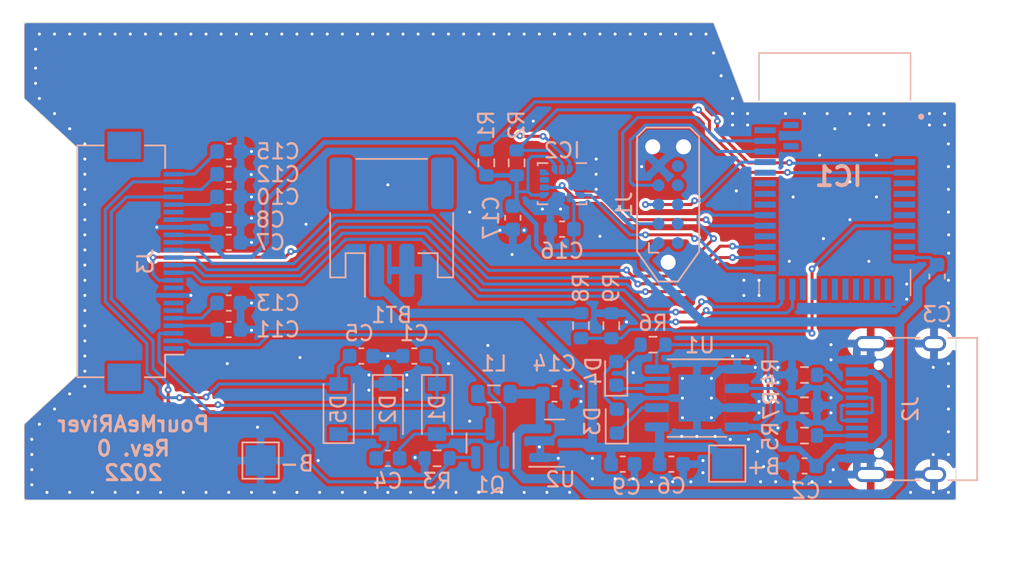
<source format=kicad_pcb>
(kicad_pcb (version 20220427) (generator pcbnew)
  (layers (0 "F.Cu" signal) (31 "B.Cu" signal) (34 "B.Paste" user) (35 "F.Paste" user) (36 "B.SilkS" user "B.Silkscreen") (37 "F.SilkS" user "F.Silkscreen") (38 "B.Mask" user) (39 "F.Mask" user) (44 "Edge.Cuts" user))
  (net 0 "")
  (net 1 "GND")
  (net 2 "SWDIO")
  (net 3 "SWCLK")
  (net 4 "SDA")
  (net 5 "SCL")
  (net 6 "INT1")
  (net 7 "INT2")
  (net 8 "BATV")
  (net 9 "Net-(BT1-+)")
  (net 10 "Net-(U1-PROG)")
  (net 11 "~{Reset}")
  (net 12 "Net-(J2-VBUS)")
  (net 13 "Net-(D3-A)")
  (net 14 "Net-(J2-CC2)")
  (net 15 "Net-(J2-CC1)")
  (net 16 "RESE")
  (net 17 "+3V3")
  (net 18 "GDR")
  (net 19 "Net-(D1-A)")
  (net 20 "Net-(D3-K)")
  (net 21 "Net-(D4-K)")
  (net 24 "VGH")
  (net 25 "Net-(D2-A)")
  (net 26 "VGL")
  (net 27 "D+")
  (net 28 "D-")
  (net 32 "Net-(J3-Pin_4)")
  (net 33 "Net-(J3-Pin_5)")
  (net 37 "eRESET")
  (net 38 "DC")
  (net 39 "CS")
  (net 40 "SCK")
  (net 41 "MOSI")
  (net 42 "Net-(J3-Pin_18)")
  (net 44 "Net-(J3-Pin_20)")
  (net 45 "Net-(J3-Pin_22)")
  (net 46 "Net-(J3-Pin_24)")
  (net 63 "MISO")
  (footprint "Resistor_SMD:R_0603_1608Metric" (layer "B.Cu") (at 190.5 104.75)
    (fp_text reference "R7")
    (fp_text value "2k")
  )
  (footprint "Connector_FFC-FPC:Hirose_FH12-24S-0.5SH_1x24-1MP_P0.50mm_Horizontal" (layer "B.Cu") (at 147 95.25 90)
    (fp_text reference "J3")
    (fp_text value "Conn_01x24")
  )
  (footprint "Package_TO_SOT_SMD:SOT-23" (layer "B.Cu") (at 174 107.25)
    (fp_text reference "U2")
    (fp_text value "XC6206PxxxMR" hide)
  )
  (footprint "Capacitor_SMD:C_0603_1608Metric" (layer "B.Cu") (at 152.5 91)
    (fp_text reference "C10")
    (fp_text value "1uF")
  )
  (footprint "Connector_USB:USB_C_Receptacle_HRO_TYPE-C-31-M-12" (layer "B.Cu") (at 198 105 -90)
    (fp_text reference "J2")
    (fp_text value "USB_C_Receptacle_USB2.0")
  )
  (footprint "Connector_JST:JST_PH_S2B-PH-SM4-TB_1x02-1MP_P2.00mm_Horizontal" (layer "B.Cu") (at 163.25 93)
    (fp_text reference "BT1")
    (fp_text value "4.2V")
  )
  (footprint "Resistor_SMD:R_0603_1608Metric" (layer "B.Cu") (at 166.25 108.25 180)
    (fp_text reference "R3")
    (fp_text value "0.47R")
  )
  (footprint "Connector:Tag-Connect_TC2050-IDC-NL_2x05_P1.27mm_Vertical" (layer "B.Cu") (at 181.5 91.5 90)
    (fp_text reference "J1")
    (fp_text value "JTAG_SWD_6")
  )
  (footprint "Capacitor_SMD:C_0603_1608Metric" (layer "B.Cu") (at 152.5 89.5)
    (fp_text reference "C12")
    (fp_text value "1uF")
  )
  (footprint "Capacitor_SMD:C_0603_1608Metric" (layer "B.Cu") (at 171.25 92.375 -90)
    (fp_text reference "C17")
    (fp_text value "10uF")
  )
  (footprint "Capacitor_SMD:C_0603_1608Metric" (layer "B.Cu") (at 163 108.25 180)
    (fp_text reference "C4")
    (fp_text value "4.7uF")
  )
  (footprint "Diode_SMD:D_SOD-123" (layer "B.Cu") (at 159.75 105 90)
    (fp_text reference "D5")
    (fp_text value "MBR0530")
  )
  (footprint "Diode_SMD:D_SOD-123" (layer "B.Cu") (at 166.25 105 -90)
    (fp_text reference "D1")
    (fp_text value "MBR0530")
  )
  (footprint "LED_SMD:LED_0603_1608Metric" (layer "B.Cu") (at 178.074508 102.639525 90)
    (fp_text reference "D4")
    (fp_text value "RLED")
  )
  (footprint "Package_LGA:LGA-14_3x2.5mm_P0.5mm_LayoutBorder3x4y" (layer "B.Cu") (at 174.5 90.125 180)
    (fp_text reference "IC2")
    (fp_text value "LSM6DSLTR")
  )
  (footprint "Resistor_SMD:R_0603_1608Metric" (layer "B.Cu") (at 180.5 100.75 180)
    (fp_text reference "R6")
    (fp_text value "2k")
  )
  (footprint "TestPoint:TestPoint_Pad_2.0x2.0mm" (layer "B.Cu") (at 154.6 108.4 180)
    (fp_text reference "TP2" hide)
    (fp_text value "B-")
  )
  (footprint "Inductor_SMD:L_0805_2012Metric" (layer "B.Cu") (at 170 104)
    (fp_text reference "L1")
    (fp_text value "10uH")
  )
  (footprint "Resistor_SMD:R_0603_1608Metric" (layer "B.Cu") (at 190.5 106.75)
    (fp_text reference "R5")
    (fp_text value "5.1k")
  )
  (footprint "Capacitor_SMD:C_0603_1608Metric" (layer "B.Cu") (at 174 104)
    (fp_text reference "C14")
    (fp_text value "1uF")
  )
  (footprint "LED_SMD:LED_0603_1608Metric" (layer "B.Cu") (at 178.115245 105.796603 90)
    (fp_text reference "D3")
    (fp_text value "GLED")
  )
  (footprint "Resistor_SMD:R_0603_1608Metric" (layer "B.Cu") (at 177.75 99.5 90)
    (fp_text reference "R9")
    (fp_text value "2M")
  )
  (footprint "Capacitor_SMD:C_0603_1608Metric" (layer "B.Cu") (at 178.506077 108.637259)
    (fp_text reference "C9")
    (fp_text value "1uF")
  )
  (footprint "Capacitor_SMD:C_0603_1608Metric" (layer "B.Cu") (at 199.25 96.25 -90)
    (fp_text reference "C3")
    (fp_text value "10uF")
  )
  (footprint "Capacitor_SMD:C_0603_1608Metric" (layer "B.Cu") (at 152.5 92.5)
    (fp_text reference "C8")
    (fp_text value "1uF")
  )
  (footprint "Resistor_SMD:R_0603_1608Metric" (layer "B.Cu") (at 169.5 88.75 90)
    (fp_text reference "R1")
    (fp_text value "3k")
  )
  (footprint "TestPoint:TestPoint_Pad_2.0x2.0mm" (layer "B.Cu") (at 185.4 108.6 180)
    (fp_text reference "TP1" hide)
    (fp_text value "B+")
  )
  (footprint "Capacitor_SMD:C_0603_1608Metric" (layer "B.Cu") (at 181.714797 108.637259)
    (fp_text reference "C6")
    (fp_text value "1uF")
  )
  (footprint "Package_TO_SOT_SMD:SOT-23" (layer "B.Cu") (at 169.75 107.25 90)
    (fp_text reference "Q1")
    (fp_text value "2N7002E")
  )
  (footprint "Diode_SMD:D_SOD-123" (layer "B.Cu") (at 163 105 -90)
    (fp_text reference "D2")
    (fp_text value "MBR0530")
  )
  (footprint "Resistor_SMD:R_0603_1608Metric" (layer "B.Cu") (at 190.5 102.75)
    (fp_text reference "R4")
    (fp_text value "5.1k")
  )
  (footprint "Acea:MDBT42Q512KV2" (layer "B.Cu") (at 192.5 89.5 180)
    (fp_text reference "IC1")
    (fp_text value "MDBT42Q-512KV2" hide)
  )
  (footprint "Package_SO:HSOP-8-1EP_3.9x4.9mm_P1.27mm_EP2.41x3.1mm_ThermalVias" (layer "B.Cu") (at 183.4 104.275 180)
    (fp_text reference "U1")
    (fp_text value "TP4056")
  )
  (footprint "Capacitor_SMD:C_0603_1608Metric" (layer "B.Cu") (at 152.5 99.75)
    (fp_text reference "C11")
    (fp_text value "1uF")
  )
  (footprint "Capacitor_SMD:C_0603_1608Metric" (layer "B.Cu") (at 152.5 94)
    (fp_text reference "C7")
    (fp_text value "10uF")
  )
  (footprint "Capacitor_SMD:C_0603_1608Metric" (layer "B.Cu") (at 152.5 88)
    (fp_text reference "C15")
    (fp_text value "1uF")
  )
  (footprint "Capacitor_SMD:C_0603_1608Metric" (layer "B.Cu") (at 164.75 101.5 180)
    (fp_text reference "C1")
    (fp_text value "1uF")
  )
  (footprint "Capacitor_SMD:C_0603_1608Metric" (layer "B.Cu") (at 152.5 98)
    (fp_text reference "C13")
    (fp_text value "1uF")
  )
  (footprint "Capacitor_SMD:C_0603_1608Metric" (layer "B.Cu") (at 190.5 108.75 180)
    (fp_text reference "C2")
    (fp_text value "10uF")
  )
  (footprint "Capacitor_SMD:C_0603_1608Metric" (layer "B.Cu") (at 161.25 101.5)
    (fp_text reference "C5")
    (fp_text value "1uF")
  )
  (footprint "Resistor_SMD:R_0603_1608Metric" (layer "B.Cu") (at 175.75 99.5 -90)
    (fp_text reference "R8")
    (fp_text value "806k")
  )
  (footprint "Capacitor_SMD:C_0603_1608Metric" (layer "B.Cu") (at 174.5 93.125)
    (fp_text reference "C16")
    (fp_text value "100nf")
  )
  (footprint "Resistor_SMD:R_0603_1608Metric" (layer "B.Cu") (at 171.5 88.75 90)
    (fp_text reference "R2")
    (fp_text value "3k")
  )
  (gr_line (start 184.5 79.5) (end 139 79.5) (stroke (width 0.05)) (layer "Edge.Cuts"))
  (gr_line (start 142.5 87.75) (end 142.5 102.75) (stroke (width 0.05)) (layer "Edge.Cuts"))
  (gr_line (start 184.5 79.5) (end 186.5 84.75) (stroke (width 0.05)) (layer "Edge.Cuts"))
  (gr_line (start 139 79.5) (end 139 84.5) (stroke (width 0.05)) (layer "Edge.Cuts"))
  (gr_line (start 200.5 111) (end 200.5 84.75) (stroke (width 0.05)) (layer "Edge.Cuts"))
  (gr_line (start 142.5 102.75) (end 139 106) (stroke (width 0.05)) (layer "Edge.Cuts"))
  (gr_line (start 139 106) (end 139 111) (stroke (width 0.05)) (layer "Edge.Cuts"))
  (gr_line (start 139 84.5) (end 142.5 87.75) (stroke (width 0.05)) (layer "Edge.Cuts"))
  (gr_line (start 186.5 84.75) (end 200.5 84.75) (stroke (width 0.05)) (layer "Edge.Cuts"))
  (gr_line (start 139 111) (end 200.5 111) (stroke (width 0.05)) (layer "Edge.Cuts"))
  (gr_text "PourMeARiver\nRev. 0\n2022" (at 146.2 107.6) (layer "B.SilkS") (effects (font (size 1 1) (thickness 0.2) bold) (justify mirror)))
  (gr_text "B-" (at 157 108.6) (layer "B.SilkS") (effects (font (size 1 1)) (justify mirror)))
  (gr_text "B+" (at 187.8 108.8) (layer "B.SilkS") (effects (font (size 1 1)) (justify mirror)))
  (via (at 158 80.25) (size 0.45) (drill 0.2) (layers "F.Cu" "B.Cu") (net 1))
  (via (at 141 80.25) (size 0.45) (drill 0.2) (layers "F.Cu" "B.Cu") (net 1))
  (via (at 195.25 88.25) (size 0.45) (drill 0.2) (layers "F.Cu" "B.Cu") (net 1))
  (via (at 157 110.5) (size 0.45) (drill 0.2) (layers "F.Cu" "B.Cu") (net 1))
  (via (at 166 80.25) (size 0.45) (drill 0.2) (layers "F.Cu" "B.Cu") (net 1))
  (via (at 164.8 108.2) (size 0.45) (drill 0.2) (layers "F.Cu" "B.Cu") (net 1))
  (via (at 172 110.5) (size 0.45) (drill 0.2) (layers "F.Cu" "B.Cu") (net 1))
  (via (at 143.5 110.5) (size 0.45) (drill 0.2) (layers "F.Cu" "B.Cu") (net 1))
  (via (at 143 80.25) (size 0.45) (drill 0.2) (layers "F.Cu" "B.Cu") (net 1))
  (via (at 168.4 105.8) (size 0.45) (drill 0.2) (layers "F.Cu" "B.Cu") (net 1))
  (via (at 192.4 109) (size 0.45) (drill 0.2) (layers "F.Cu" "B.Cu") (net 1))
  (via (at 200 90.5) (size 0.45) (drill 0.2) (layers "F.Cu" "B.Cu") (net 1))
  (via (at 143 88.5) (size 0.45) (drill 0.2) (layers "F.Cu" "B.Cu") (net 1))
  (via (at 168.4 92) (size 0.45) (drill 0.2) (layers "F.Cu" "B.Cu") (net 1))
  (via (at 163 90.2) (size 0.45) (drill 0.2) (layers "F.Cu" "B.Cu") (net 1))
  (via (at 142 80.25) (size 0.45) (drill 0.2) (layers "F.Cu" "B.Cu") (net 1))
  (via (at 175.75 104.5) (size 0.45) (drill 0.2) (layers "F.Cu" "B.Cu") (net 1))
  (via (at 192.5 86.5) (size 0.45) (drill 0.2) (layers "F.Cu" "B.Cu") (net 1))
  (via (at 200 108) (size 0.45) (drill 0.2) (layers "F.Cu" "B.Cu") (net 1))
  (via (at 189.75 91) (size 0.45) (drill 0.2) (layers "F.Cu" "B.Cu") (net 1))
  (via (at 140.5 110.5) (size 0.45) (drill 0.2) (layers "F.Cu" "B.Cu") (net 1))
  (via (at 189.5 95.25) (size 0.45) (drill 0.2) (layers "F.Cu" "B.Cu") (net 1))
  (via (at 200 105) (size 0.45) (drill 0.2) (layers "F.Cu" "B.Cu") (net 1))
  (via (at 141 105) (size 0.45) (drill 0.2) (layers "F.Cu" "B.Cu") (net 1))
  (via (at 200 110.5) (size 0.45) (drill 0.2) (layers "F.Cu" "B.Cu") (net 1))
  (via (at 200 99.5) (size 0.45) (drill 0.2) (layers "F.Cu" "B.Cu") (net 1))
  (via (at 187.5 105.25) (size 0.45) (drill 0.2) (layers "F.Cu" "B.Cu") (net 1))
  (via (at 147.75 93) (size 0.45) (drill 0.2) (layers "F.Cu" "B.Cu") (net 1))
  (via (at 186.75 101.5) (size 0.45) (drill 0.2) (layers "F.Cu" "B.Cu") (net 1))
  (via (at 178 109.6) (size 0.45) (drill 0.2) (layers "F.Cu" "B.Cu") (net 1))
  (via (at 187.5 96.5) (size 0.45) (drill 0.2) (layers "F.Cu" "B.Cu") (net 1))
  (via (at 167 80.25) (size 0.45) (drill 0.2) (layers "F.Cu" "B.Cu") (net 1))
  (via (at 139.5 107) (size 0.45) (drill 0.2) (layers "F.Cu" "B.Cu") (net 1))
  (via (at 185.75 86.25) (size 0.45) (drill 0.2) (layers "F.Cu" "B.Cu") (net 1))
  (via (at 173 107.5) (size 0.45) (drill 0.2) (layers "F.Cu" "B.Cu") (net 1))
  (via (at 184.5 81.5) (size 0.45) (drill 0.2) (layers "F.Cu" "B.Cu") (net 1))
  (via (at 183.4 106.8) (size 0.45) (drill 0.2) (layers "F.Cu" "B.Cu") (net 1))
  (via (at 200 103.5) (size 0.45) (drill 0.2) (layers "F.Cu" "B.Cu") (net 1))
  (via (at 154 88) (size 0.45) (drill 0.2) (layers "F.Cu" "B.Cu") (net 1))
  (via (at 161 80.25) (size 0.45) (drill 0.2) (layers "F.Cu" "B.Cu") (net 1))
  (via (at 143 100.5) (size 0.45) (drill 0.2) (layers "F.Cu" "B.Cu") (net 1))
  (via (at 168 80.25) (size 0.45) (drill 0.2) (layers "F.Cu" "B.Cu") (net 1))
  (via (at 179.2 102.6) (size 0.45) (drill 0.2) (layers "F.Cu" "B.Cu") (net 1))
  (via (at 189.25 85.5) (size 0.45) (drill 0.2) (layers "F.Cu" "B.Cu") (net 1))
  (via (at 174 80.25) (size 0.45) (drill 0.2) (layers "F.Cu" "B.Cu") (net 1))
  (via (at 175.75 103.5) (size 0.45) (drill 0.2) (layers "F.Cu" "B.Cu") (net 1))
  (via (at 174.25 108.25) (size 0.45) (drill 0.2) (layers "F.Cu" "B.Cu") (net 1))
  (via (at 179.2 109.6) (size 0.45) (drill 0.2) (layers "F.Cu" "B.Cu") (net 1))
  (via (at 183.8 109.2) (size 0.45) (drill 0.2) (layers "F.Cu" "B.Cu") (net 1))
  (via (at 197.5 110.5) (size 0.45) (drill 0.2) (layers "F.Cu" "B.Cu") (net 1))
  (via (at 175 80.25) (size 0.45) (drill 0.2) (layers "F.Cu" "B.Cu") (net 1))
  (via (at 139.5 110) (size 0.45) (drill 0.2) (layers "F.Cu" "B.Cu") (net 1))
  (via (at 148 110.5) (size 0.45) (drill 0.2) (layers "F.Cu" "B.Cu") (net 1))
  (via (at 143 102.5) (size 0.45) (drill 0.2) (layers "F.Cu" "B.Cu") (net 1))
  (via (at 171.2 94.8) (size 0.45) (drill 0.2) (layers "F.Cu" "B.Cu") (net 1))
  (via (at 144 80.25) (size 0.45) (drill 0.2) (layers "F.Cu" "B.Cu") (net 1))
  (via (at 184 80.25) (size 0.45) (drill 0.2) (layers "F.Cu" "B.Cu") (net 1))
  (via (at 151 80.25) (size 0.45) (drill 0.2) (layers "F.Cu" "B.Cu") (net 1))
  (via (at 194.75 86.25) (size 0.45) (drill 0.2) (layers "F.Cu" "B.Cu") (net 1))
  (via (at 143 91.5) (size 0.45) (drill 0.2) (layers "F.Cu" "B.Cu") (net 1))
  (via (at 198.75 86.25) (size 0.45) (drill 0.2) (layers "F.Cu" "B.Cu") (net 1))
  (via (at 185.75 85.5) (size 0.45) (drill 0.2) (layers "F.Cu" "B.Cu") (net 1))
  (via (at 165 80.25) (size 0.45) (drill 0.2) (layers "F.Cu" "B.Cu") (net 1))
  (via (at 153.983512 89.521405) (size 0.45) (drill 0.2) (layers "F.Cu" "B.Cu") (net 1))
  (via (at 171 80.25) (size 0.45) (drill 0.2) (layers "F.Cu" "B.Cu") (net 1))
  (via (at 170.5 110.5) (size 0.45) (drill 0.2) (layers "F.Cu" "B.Cu") (net 1))
  (via (at 169 110.5) (size 0.45) (drill 0.2) (layers "F.Cu" "B.Cu") (net 1))
  (via (at 176 80.25) (size 0.45) (drill 0.2) (layers "F.Cu" "B.Cu") (net 1))
  (via (at 181.8 109.8) (size 0.45) (drill 0.2) (layers "F.Cu" "B.Cu") (net 1))
  (via (at 140 106) (size 0.45) (drill 0.2) (layers "F.Cu" "B.Cu") (net 1))
  (via (at 167.5 110.5) (size 0.45) (drill 0.2) (layers "F.Cu" "B.Cu") (net 1))
  (via (at 149 80.25) (size 0.45) (drill 0.2) (layers "F.Cu" "B.Cu") (net 1))
  (via (at 199 110.5) (size 0.45) (drill 0.2) (layers "F.Cu" "B.Cu") (net 1))
  (via (at 141 85.5) (size 0.45) (drill 0.2) (layers "F.Cu" "B.Cu") (net 1))
  (via (at 160 110.5) (size 0.45) (drill 0.2) (layers "F.Cu" "B.Cu") (net 1))
  (via (at 197.25 96.75) (size 0.45) (drill 0.2) (layers "F.Cu" "B.Cu") (net 1))
  (via (at 172 93.2) (size 0.45) (drill 0.2) (layers "F.Cu" "B.Cu") (net 1))
  (via (at 177 93.6) (size 0.45) (drill 0.2) (layers "F.Cu" "B.Cu") (net 1))
  (via (at 176.75 90.5) (size 0.45) (drill 0.2) (layers "F.Cu" "B.Cu") (net 1))
  (via (at 157 80.25) (size 0.45) (drill 0.2) (layers "F.Cu" "B.Cu") (net 1))
  (via (at 192.2 109.8) (size 0.45) (drill 0.2) (layers "F.Cu" "B.Cu") (net 1))
  (via (at 200.014909 94.710822) (size 0.45) (drill 0.2) (layers "F.Cu" "B.Cu") (net 1))
  (via (at 192.25 100.75) (size 0.45) (drill 0.2) (layers "F.Cu" "B.Cu") (net 1))
  (via (at 183 109.8) (size 0.45) (drill 0.2) (layers "F.Cu" "B.Cu") (net 1))
  (via (at 183 80.25) (size 0.45) (drill 0.2) (layers "F.Cu" "B.Cu") (net 1))
  (via (at 182 80.25) (size 0.45) (drill 0.2) (layers "F.Cu" "B.Cu") (net 1))
  (via (at 178 80.25) (size 0.45) (drill 0.2) (layers "F.Cu" "B.Cu") (net 1))
  (via (at 143 97.5) (size 0.45) (drill 0.2) (layers "F.Cu" "B.Cu") (net 1))
  (via (at 143 101.5) (size 0.45) (drill 0.2) (layers "F.Cu" "B.Cu") (net 1))
  (via (at 186.5 96.5) (size 0.45) (drill 0.2) (layers "F.Cu" "B.Cu") (net 1))
  (via (at 176.75 88.5) (size 0.45) (drill 0.2) (layers "F.Cu" "B.Cu") (net 1))
  (via (at 195.75 86.25) (size 0.45) (drill 0.2) (layers "F.Cu" "B.Cu") (net 1))
  (via (at 193.5 90) (size 0.45) (drill 0.2) (layers "F.Cu" "B.Cu") (net 1))
  (via (at 172.6 86) (size 0.45) (drill 0.2) (layers "F.Cu" "B.Cu") (net 1))
  (via (at 187.4 107.8) (size 0.45) (drill 0.2) (layers "F.Cu" "B.Cu") (net 1))
  (via (at 197.25 97.75) (size 0.45) (drill 0.2) (layers "F.Cu" "B.Cu") (net 1))
  (via (at 159 80.25) (size 0.45) (drill 0.2) (layers "F.Cu" "B.Cu") (net 1))
  (via (at 155.5 110.5) (size 0.45) (drill 0.2) (layers "F.Cu" "B.Cu") (net 1))
  (via (at 173.2 91.8) (size 0.45) (drill 0.2) (layers "F.Cu" "B.Cu") (net 1))
  (via (at 188.75 103.25) (size 0.45) (drill 0.2) (layers "F.Cu" "B.Cu") (net 1))
  (via (at 153 80.25) (size 0.45) (drill 0.2) (layers "F.Cu" "B.Cu") (net 1))
  (via (at 169.6 100.8) (size 0.45) (drill 0.2) (layers "F.Cu" "B.Cu") (net 1))
  (via (at 152.5 110.5) (size 0.45) (drill 0.2) (layers "F.Cu" "B.Cu") (net 1))
  (via (at 199.75 86.25) (size 0.45) (drill 0.2) (layers "F.Cu" "B.Cu") (net 1))
  (via (at 143 103.5) (size 0.45) (drill 0.2) (layers "F.Cu" "B.Cu") (net 1))
  (via (at 187.6 109.8) (size 0.45) (drill 0.2) (layers "F.Cu" "B.Cu") (net 1))
  (via (at 198.75 85.5) (size 0.45) (drill 0.2) (layers "F.Cu" "B.Cu") (net 1))
  (via (at 199 102.25) (size 0.45) (drill 0.2) (layers "F.Cu" "B.Cu") (net 1))
  (via (at 154 98) (size 0.45) (drill 0.2) (layers "F.Cu" "B.Cu") (net 1))
  (via (at 139.75 82.5) (size 0.45) (drill 0.2) (layers "F.Cu" "B.Cu") (net 1))
  (via (at 139.5 109) (size 0.45) (drill 0.2) (layers "F.Cu" "B.Cu") (net 1))
  (via (at 139.75 81.25) (size 0.45) (drill 0.2) (layers "F.Cu" "B.Cu") (net 1))
  (via (at 174.4 91.8) (size 0.45) (drill 0.2) (layers "F.Cu" "B.Cu") (net 1))
  (via (at 184.6 106.8) (size 0.45) (drill 0.2) (layers "F.Cu" "B.Cu") (net 1))
  (via (at 194.75 95.25) (size 0.45) (drill 0.2) (layers "F.Cu" "B.Cu") (net 1))
  (via (at 150 80.25) (size 0.45) (drill 0.2) (layers "F.Cu" "B.Cu") (net 1))
  (via (at 173.5 110.5) (size 0.45) (drill 0.2) (layers "F.Cu" "B.Cu") (net 1))
  (via (at 176.5 108.25) (size 0.45) (drill 0.2) (layers "F.Cu" "B.Cu") (net 1))
  (via (at 140 80.25) (size 0.45) (drill 0.2) (layers "F.Cu" "B.Cu") (net 1))
  (via (at 151 110.5) (size 0.45) (drill 0.2) (layers "F.Cu" "B.Cu") (net 1))
  (via (at 191 109.8) (size 0.45) (drill 0.2) (layers "F.Cu" "B.Cu") (net 1))
  (via (at 185.6 107) (size 0.45) (drill 0.2) (layers "F.Cu" "B.Cu") (net 1))
  (via (at 143 93.5) (size 0.45) (drill 0.2) (layers "F.Cu" "B.Cu") (net 1))
  (via (at 147 80.25) (size 0.45) (drill 0.2) (layers "F.Cu" "B.Cu") (net 1))
  (via (at 146.5 110.5) (size 0.45) (drill 0.2) (layers "F.Cu" "B.Cu") (net 1))
  (via (at 169 80.25) (size 0.45) (drill 0.2) (layers "F.Cu" "B.Cu") (net 1))
  (via (at 185 83) (size 0.45) (drill 0.2) (layers "F.Cu" "B.Cu") (net 1))
  (via (at 146 80.25) (size 0.45) (drill 0.2) (layers "F.Cu" "B.Cu") (net 1))
  (via (at 163 110.5) (size 0.45) (drill 0.2) (layers "F.Cu" "B.Cu") (net 1))
  (via (at 178.75 99.25) (size 0.45) (drill 0.2) (layers "F.Cu" "B.Cu") (net 1))
  (via (at 186.8 107) (size 0.45) (drill 0.2) (layers "F.Cu" "B.Cu") (net 1))
  (via (at 143 95.5) (size 0.45) (drill 0.2) (layers "F.Cu" "B.Cu") (net 1))
  (via (at 142 104) (size 0.45) (drill 0.2) (layers "F.Cu" "B.Cu") (net 1))
  (via (at 177 80.25) (size 0.45) (drill 0.2) (layers "F.Cu" "B.Cu") (net 1))
  (via (at 150 97.5) (size 0.45) (drill 0.2) (layers "F.Cu" "B.Cu") (net 1))
  (via (at 192.25 104.25) (size 0.45) (drill 0.2) (layers "F.Cu" "B.Cu") (net 1))
  (via (at 183.8 108.4) (size 0.45) (drill 0.2) (layers "F.Cu" "B.Cu") (net 1))
  (via (at 187.25 102.25) (size 0.45) (drill 0.2) (layers "F.Cu" "B.Cu") (net 1))
  (via (at 180.4 109.8) (size 0.45) (drill 0.2) (layers "F.Cu" "B.Cu") (net 1))
  (via (at 139.5 108) (size 0.45) (drill 0.2) (layers "F.Cu" "B.Cu") (net 1))
  (via (at 187.8 108.8) (size 0.45) (drill 0.2) (layers "F.Cu" "B.Cu") (net 1))
  (via (at 180 80.25) (size 0.45) (drill 0.2) (layers "F.Cu" "B.Cu") (net 1))
  (via (at 154 80.25) (size 0.45) (drill 0.2) (layers "F.Cu" "B.Cu") (net 1))
  (via (at 186 90.6) (size 0.45) (drill 0.2) (layers "F.Cu" "B.Cu") (net 1))
  (via (at 192.25 101.75) (size 0.45) (drill 0.2) (layers "F.Cu" "B.Cu") (net 1))
  (via (at 172 80.25) (size 0.45) (drill 0.2) (layers "F.Cu" "B.Cu") (net 1))
  (via (at 195.75 85.5) (size 0.45) (drill 0.2) (layers "F.Cu" "B.Cu") (net 1))
  (via (at 154 99.8) (size 0.45) (drill 0.2) (layers "F.Cu" "B.Cu") (net 1))
  (via (at 140 84.5) (size 0.45) (drill 0.2) (layers "F.Cu" "B.Cu") (net 1))
  (via (at 149.5 110.5) (size 0.45) (drill 0.2) (layers "F.Cu" "B.Cu") (net 1))
  (via (at 188.6 109.8) (size 0.45) (drill 0.2) (layers "F.Cu" "B.Cu") (net 1))
  (via (at 143 87.5) (size 0.45) (drill 0.2) (layers "F.Cu" "B.Cu") (net 1))
  (via (at 164.25 102.75) (size 0.45) (drill 0.2) (layers "F.Cu" "B.Cu") (net 1))
  (via (at 154 92.4) (size 0.45) (drill 0.2) (layers "F.Cu" "B.Cu") (net 1))
  (via (at 176.75 89.5) (size 0.45) (drill 0.2) (layers "F.Cu" "B.Cu") (net 1))
  (via (at 195.25 91) (size 0.45) (drill 0.2) (layers "F.Cu" "B.Cu") (net 1))
  (via (at 161.75 102.75) (size 0.45) (drill 0.2) (layers "F.Cu" "B.Cu") (net 1))
  (via (at 161.75 103.75) (size 0.45) (drill 0.2) (layers "F.Cu" "B.Cu") (net 1))
  (via (at 163 80.25) (size 0.45) (drill 0.2) (layers "F.Cu" "B.Cu") (net 1))
  (via (at 193.5 85.5) (size 0.45) (drill 0.2) (layers "F.Cu" "B.Cu") (net 1))
  (via (at 166 110.5) (size 0.45) (drill 0.2) (layers "F.Cu" "B.Cu") (net 1))
  (via (at 164.25 103.75) (size 0.45) (drill 0.2) (layers "F.Cu" "B.Cu") (net 1))
  (via (at 175 110.5) (size 0.45) (drill 0.2) (layers "F.Cu" "B.Cu") (net 1))
  (via (at 186.5 97.5) (size 0.45) (drill 0.2) (layers "F.Cu" "B.Cu") (net 1))
  (via (at 142 86.5) (size 0.45) (drill 0.2) (layers "F.Cu" "B.Cu") (net 1))
  (via (at 187.5 97.5) (size 0.45) (drill 0.2) (layers "F.Cu" "B.Cu") (net 1))
  (via (at 179.75 89) (size 0.45) (drill 0.2) (layers "F.Cu" "B.Cu") (net 1))
  (via (at 157.6 92.8) (size 0.45) (drill 0.2) (layers "F.Cu" "B.Cu") (net 1))
  (via (at 143 92.5) (size 0.45) (drill 0.2) (layers "F.Cu" "B.Cu") (net 1))
  (via (at 192.25 105.25) (size 0.45) (drill 0.2) (layers "F.Cu" "B.Cu") (net 1))
  (via (at 185.75 101.5) (size 0.45) (drill 0.2) (layers "F.Cu" "B.Cu") (net 1))
  (via (at 154 94) (size 0.45) (drill 0.2) (layers "F.Cu" "B.Cu") (net 1))
  (via (at 154.4 106.2) (size 0.45) (drill 0.2) (layers "F.Cu" "B.Cu") (net 1))
  (via (at 181 80.25) (size 0.45) (drill 0.2) (layers "F.Cu" "B.Cu") (net 1))
  (via (at 190.5 85.5) (size 0.45) (drill 0.2) (layers "F.Cu" "B.Cu") (net 1))
  (via (at 191.5 88.25) (size 0.45) (drill 0.2) (layers "F.Cu" "B.Cu") (net 1))
  (via (at 155 80.25) (size 0.45) (drill 0.2) (layers "F.Cu" "B.Cu") (net 1))
  (via (at 142 110.5) (size 0.45) (drill 0.2) (layers "F.Cu" "B.Cu") (net 1))
  (via (at 161.5 110.5) (size 0.45) (drill 0.2) (layers "F.Cu" "B.Cu") (net 1))
  (via (at 143 94.5) (size 0.45) (drill 0.2) (layers "F.Cu" "B.Cu") (net 1))
  (via (at 200 92) (size 0.45) (drill 0.2) (layers "F.Cu" "B.Cu") (net 1))
  (via (at 176.5 109.6) (size 0.45) (drill 0.2) (layers "F.Cu" "B.Cu") (net 1))
  (via (at 200 98) (size 0.45) (drill 0.2) (layers "F.Cu" "B.Cu") (net 1))
  (via (at 200 96.5) (size 0.45) (drill 0.2) (layers "F.Cu" "B.Cu") (net 1))
  (via (at 162 80.25) (size 0.45) (drill 0.2) (layers "F.Cu" "B.Cu") (net 1))
  (via (at 170 80.25) (size 0.45) (drill 0.2) (layers "F.Cu" "B.Cu") (net 1))
  (via (at 152 80.25) (size 0.45) (drill 0.2) (layers "F.Cu" "B.Cu") (net 1))
  (via (at 164 80.25) (size 0.45) (drill 0.2) (layers "F.Cu" "B.Cu") (net 1))
  (via (at 158.5 110.5) (size 0.45) (drill 0.2) (layers "F.Cu" "B.Cu") (net 1))
  (via (at 143 99.5) (size 0.45) (drill 0.2) (layers "F.Cu" "B.Cu") (net 1))
  (via (at 192 85.5) (size 0.45) (drill 0.2) (layers "F.Cu" "B.Cu") (net 1))
  (via (at 152.4 102) (size 0.45) (drill 0.2) (layers "F.Cu" "B.Cu") (net 1))
  (via (at 200 106.5) (size 0.45) (drill 0.2) (layers "F.Cu" "B.Cu") (net 1))
  (via (at 188.75 106.25) (size 0.45) (drill 0.2) (layers "F.Cu" "B.Cu") (net 1))
  (via (at 200.014909 93.5) (size 0.45) (drill 0.2) (layers "F.Cu" "B.Cu") (net 1))
  (via (at 170.4 93.2) (size 0.45) (drill 0.2) (layers "F.Cu" "B.Cu") (net 1))
  (via (at 200 89) (size 0.45) (drill 0.2) (layers "F.Cu" "B.Cu") (net 1))
  (via (at 179 80.25) (size 0.45) (drill 0.2) (layers "F.Cu" "B.Cu") (net 1))
  (via (at 187.5 104.5) (size 0.45) (drill 0.2) (layers "F.Cu" "B.Cu") (net 1))
  (via (at 139.75 83.5) (size 0.45) (drill 0.2) (layers "F.Cu" "B.Cu") (net 1))
  (via (at 143 98.5) (size 0.45) (drill 0.2) (layers "F.Cu" "B.Cu") (net 1))
  (via (at 164.5 110.5) (size 0.45) (drill 0.2) (layers "F.Cu" "B.Cu") (net 1))
  (via (at 193.5 92.5) (size 0.45) (drill 0.2) (layers "F.Cu" "B.Cu") (net 1))
  (via (at 163 101.5) (size 0.45) (drill 0.2) (layers "F.Cu" "B.Cu") (net 1))
  (via (at 158.4 108.4) (size 0.45) (drill 0.2) (layers "F.Cu" "B.Cu") (net 1))
  (via (at 182.4 106.8) (size 0.45) (drill 0.2) (layers "F.Cu" "B.Cu") (net 1))
  (via (at 199.75 85.5) (size 0.45) (drill 0.2) (layers "F.Cu" "B.Cu") (net 1))
  (via (at 160 80.25) (size 0.45) (drill 0.2) (layers "F.Cu" "B.Cu") (net 1))
  (via (at 148 80.25) (size 0.45) (drill 0.2) (layers "F.Cu" "B.Cu") (net 1))
  (via (at 154 91) (size 0.45) (drill 0.2) (layers "F.Cu" "B.Cu") (net 1))
  (via (at 194.75 85.5) (size 0.45) (drill 0.2) (layers "F.Cu" "B.Cu") (net 1))
  (via (at 185.75 84.5) (size 0.45) (drill 0.2) (layers "F.Cu" "B.Cu") (net 1))
  (via (at 156 80.25) (size 0.45) (drill 0.2) (layers "F.Cu" "B.Cu") (net 1))
  (via (at 186.75 85.5) (size 0.45) (drill 0.2) (layers "F.Cu" "B.Cu") (net 1))
  (via (at 200 102) (size 0.45) (drill 0.2) (layers "F.Cu" "B.Cu") (net 1))
  (via (at 200 87.5) (size 0.45) (drill 0.2) (layers "F.Cu" "B.Cu") (net 1))
  (via (at 199 108) (size 0.45) (drill 0.2) (layers "F.Cu" "B.Cu") (net 1))
  (via (at 186.75 86.25) (size 0.45) (drill 0.2) (layers "F.Cu" "B.Cu") (net 1))
  (via (at 145 80.25) (size 0.45) (drill 0.2) (layers "F.Cu" "B.Cu") (net 1))
  (via (at 143 90.5) (size 0.45) (drill 0.2) (layers "F.Cu" "B.Cu") (net 1))
  (via (at 167 102) (size 0.45) (drill 0.2) (layers "F.Cu" "B.Cu") (net 1))
  (via (at 157.2 101.6) (size 0.45) (drill 0.2) (layers "F.Cu" "B.Cu") (net 1))
  (via (at 173 80.25) (size 0.45) (drill 0.2) (layers "F.Cu" "B.Cu") (net 1))
  (via (at 143 96.5) (size 0.45) (drill 0.2) (layers "F.Cu" "B.Cu") (net 1))
  (via (at 145 110.5) (size 0.45) (drill 0.2) (layers "F.Cu" "B.Cu") (net 1))
  (via (at 191.75 93.75) (size 0.45) (drill 0.2) (layers "F.Cu" "B.Cu") (net 1))
  (via (at 154 110.5) (size 0.45) (drill 0.2) (layers "F.Cu" "B.Cu") (net 1))
  (via (at 143 89.5) (size 0.45) (drill 0.2) (layers "F.Cu" "B.Cu") (net 1))
  (via (at 188.75 102.25) (size 0.45) (drill 0.2) (layers "F.Cu" "B.Cu") (net 1))
  (via (at 189.8 109.8) (size 0.45) (drill 0.2) (layers "F.Cu" "B.Cu") (net 1))
  (segment (start 179.52 92.77) (end 180.865 92.77) (width 0.2) (layer "B.Cu") (net 2))
  (segment (start 178.5 86.75) (end 178.5 91.75) (width 0.2) (layer "B.Cu") (net 2))
  (segment (start 179.5 85.75) (end 178.5 86.75) (width 0.2) (layer "B.Cu") (net 2))
  (segment (start 178.5 91.75) (end 179.52 92.77) (width 0.2) (layer "B.Cu") (net 2))
  (segment (start 184.8 87.3) (end 183.25 85.75) (width 0.2) (layer "B.Cu") (net 2))
  (segment (start 187.9 87.3) (end 184.8 87.3) (width 0.2) (layer "B.Cu") (net 2))
  (segment (start 183.25 85.75) (end 179.5 85.75) (width 0.2) (layer "B.Cu") (net 2))
  (segment (start 179 90) (end 179.25 90.25) (width 0.2) (layer "B.Cu") (net 3))
  (segment (start 184.75 88) (end 183 86.25) (width 0.2) (layer "B.Cu") (net 3))
  (segment (start 179.27 90.23) (end 180.865 90.23) (width 0.2) (layer "B.Cu") (net 3))
  (segment (start 180 86.25) (end 179 87.25) (width 0.2) (layer "B.Cu") (net 3))
  (segment (start 187.9 88) (end 184.75 88) (width 0.2) (layer "B.Cu") (net 3))
  (segment (start 179 87.25) (end 179 90) (width 0.2) (layer "B.Cu") (net 3))
  (segment (start 183 86.25) (end 180 86.25) (width 0.2) (layer "B.Cu") (net 3))
  (segment (start 179.25 90.25) (end 179.27 90.23) (width 0.2) (layer "B.Cu") (net 3))
  (segment (start 184.75 86) (end 184.75 86.684994) (width 0.2) (layer "F.Cu") (net 4))
  (segment (start 171.75 87) (end 171.716622 86.966622) (width 0.2) (layer "F.Cu") (net 4))
  (segment (start 173.25 87) (end 171.75 87) (width 0.2) (layer "F.Cu") (net 4))
  (segment (start 186.815006 88.75) (end 189.492038 88.75) (width 0.2) (layer "F.Cu") (net 4))
  (segment (start 184.75 86.684994) (end 186.815006 88.75) (width 0.2) (layer "F.Cu") (net 4))
  (segment (start 189.492038 88.75) (end 189.50194 88.740098) (width 0.2) (layer "F.Cu") (net 4))
  (via (at 184.75 86) (size 0.45) (drill 0.2) (layers "F.Cu" "B.Cu") (net 4))
  (via (at 173.25 87) (size 0.45) (drill 0.2) (layers "F.Cu" "B.Cu") (net 4))
  (via (at 189.50194 88.740098) (size 0.45) (drill 0.2) (layers "F.Cu" "B.Cu") (net 4))
  (via (at 171.716622 86.966622) (size 0.45) (drill 0.2) (layers "F.Cu" "B.Cu") (net 4))
  (segment (start 171.7125 86.9625) (end 170.4625 86.9625) (width 0.2) (layer "B.Cu") (net 4))
  (segment (start 197.025489 88.774511) (end 189.536353 88.774511) (width 0.2) (layer "B.Cu") (net 4))
  (segment (start 197.1 88.7) (end 197.025489 88.774511) (width 0.2) (layer "B.Cu") (net 4))
  (segment (start 184.75 85.758228) (end 183.717261 84.725489) (width 0.2) (layer "B.Cu") (net 4))
  (segment (start 171.716622 86.966622) (end 171.7125 86.9625) (width 0.2) (layer "B.Cu") (net 4))
  (segment (start 173.315006 87) (end 175 88.684994) (width 0.2) (layer "B.Cu") (net 4))
  (segment (start 184.75 86) (end 184.75 85.758228) (width 0.2) (layer "B.Cu") (net 4))
  (segment (start 175 88.684994) (end 175 89.2125) (width 0.2) (layer "B.Cu") (net 4))
  (segment (start 170.4625 86.9625) (end 169.5 87.925) (width 0.2) (layer "B.Cu") (net 4))
  (segment (start 173.25 87) (end 173.315006 87) (width 0.2) (layer "B.Cu") (net 4))
  (segment (start 189.536353 88.774511) (end 189.50194 88.740098) (width 0.2) (layer "B.Cu") (net 4))
  (segment (start 172.699511 84.725489) (end 170.4625 86.9625) (width 0.2) (layer "B.Cu") (net 4))
  (segment (start 183.717261 84.725489) (end 172.699511 84.725489) (width 0.2) (layer "B.Cu") (net 4))
  (segment (start 184.225489 86.725489) (end 186.87748 89.37748) (width 0.2) (layer "F.Cu") (net 5))
  (segment (start 183.5 85.25) (end 184.225489 85.975489) (width 0.2) (layer "F.Cu") (net 5))
  (segment (start 186.87748 89.37748) (end 189.37705 89.37748) (width 0.2) (layer "F.Cu") (net 5))
  (segment (start 184.225489 85.975489) (end 184.225489 86.725489) (width 0.2) (layer "F.Cu") (net 5))
  (via (at 189.37705 89.37748) (size 0.45) (drill 0.2) (layers "F.Cu" "B.Cu") (net 5))
  (via (at 183.5 85.25) (size 0.45) (drill 0.2) (layers "F.Cu" "B.Cu") (net 5))
  (segment (start 197.098961 89.398961) (end 197.1 89.4) (width 0.2) (layer "B.Cu") (net 5))
  (segment (start 173.675 87.925) (end 174.5 88.75) (width 0.2) (layer "B.Cu") (net 5))
  (segment (start 174.5 88.75) (end 174.5 89.2125) (width 0.2) (layer "B.Cu") (net 5))
  (segment (start 174.175 85.25) (end 171.5 87.925) (width 0.2) (layer "B.Cu") (net 5))
  (segment (start 183.5 85.25) (end 174.175 85.25) (width 0.2) (layer "B.Cu") (net 5))
  (segment (start 189.37705 89.37748) (end 189.398531 89.398961) (width 0.2) (layer "B.Cu") (net 5))
  (segment (start 171.5 87.925) (end 173.675 87.925) (width 0.2) (layer "B.Cu") (net 5))
  (segment (start 189.398531 89.398961) (end 197.098961 89.398961) (width 0.2) (layer "B.Cu") (net 5))
  (segment (start 183.25 93.75) (end 183 93.5) (width 0.2) (layer "F.Cu") (net 6))
  (segment (start 183 93.5) (end 180 93.5) (width 0.2) (layer "F.Cu") (net 6))
  (via (at 180 93.5) (size 0.45) (drill 0.2) (layers "F.Cu" "B.Cu") (net 6))
  (via (at 183.25 93.75) (size 0.45) (drill 0.2) (layers "F.Cu" "B.Cu") (net 6))
  (segment (start 180 93.5) (end 179 93.5) (width 0.2) (layer "B.Cu") (net 6))
  (segment (start 183.25 93.75) (end 183.5 93.75) (width 0.2) (layer "B.Cu") (net 6))
  (segment (start 185.45 95.7) (end 187.9 95.7) (width 0.2) (layer "B.Cu") (net 6))
  (segment (start 179 93.5) (end 176.375 90.875) (width 0.2) (layer "B.Cu") (net 6))
  (segment (start 183.5 93.75) (end 185.45 95.7) (width 0.2) (layer "B.Cu") (net 6))
  (segment (start 176.375 90.875) (end 175.6625 90.875) (width 0.2) (layer "B.Cu") (net 6))
  (segment (start 177.274511 91.024511) (end 175.274511 91.024511) (width 0.2) (layer "F.Cu") (net 7))
  (segment (start 175.274511 91.024511) (end 174.5 90.25) (width 0.2) (layer "F.Cu") (net 7))
  (segment (start 178.75 92.5) (end 177.274511 91.024511) (width 0.2) (layer "F.Cu") (net 7))
  (segment (start 184 92.5) (end 178.75 92.5) (width 0.2) (layer "F.Cu") (net 7))
  (via (at 184 92.5) (size 0.45) (drill 0.2) (layers "F.Cu" "B.Cu") (net 7))
  (via (at 174.5 90.25) (size 0.45) (drill 0.2) (layers "F.Cu" "B.Cu") (net 7))
  (segment (start 174.375 90.375) (end 174.5 90.25) (width 0.2) (layer "B.Cu") (net 7))
  (segment (start 184 92.5) (end 184.4 92.9) (width 0.2) (layer "B.Cu") (net 7))
  (segment (start 173.3375 90.375) (end 174.375 90.375) (width 0.2) (layer "B.Cu") (net 7))
  (segment (start 184.4 92.9) (end 187.9 92.9) (width 0.2) (layer "B.Cu") (net 7))
  (segment (start 191 95.75) (end 191 100) (width 0.2) (layer "F.Cu") (net 8))
  (via (at 191 100) (size 0.45) (drill 0.2) (layers "F.Cu" "B.Cu") (net 8))
  (via (at 191 95.75) (size 0.45) (drill 0.2) (layers "F.Cu" "B.Cu") (net 8))
  (segment (start 190.84952 99.84952) (end 181.857748 99.84952) (width 0.2) (layer "B.Cu") (net 8))
  (segment (start 178.991772 99.75) (end 178.416772 100.325) (width 0.2) (layer "B.Cu") (net 8))
  (segment (start 191 100) (end 190.84952 99.84952) (width 0.2) (layer "B.Cu") (net 8))
  (segment (start 181.857748 99.84952) (end 181.758228 99.75) (width 0.2) (layer "B.Cu") (net 8))
  (segment (start 175.75 100.325) (end 177.75 100.325) (width 0.2) (layer "B.Cu") (net 8))
  (segment (start 178.416772 100.325) (end 177.75 100.325) (width 0.2) (layer "B.Cu") (net 8))
  (segment (start 197.1 92.9) (end 193.85 92.9) (width 0.2) (layer "B.Cu") (net 8))
  (segment (start 193.85 92.9) (end 191 95.75) (width 0.2) (layer "B.Cu") (net 8))
  (segment (start 181.758228 99.75) (end 178.991772 99.75) (width 0.2) (layer "B.Cu") (net 8))
  (segment (start 176.5 107.292246) (end 176.271123 107.521123) (width 0.6) (layer "B.Cu") (net 9))
  (segment (start 171.825 98.675) (end 175.75 98.675) (width 0.6) (layer "B.Cu") (net 9))
  (segment (start 177.731077 107.523323) (end 177.728877 107.521123) (width 0.6) (layer "B.Cu") (net 9))
  (segment (start 176 107.25) (end 174.9375 107.25) (width 0.6) (layer "B.Cu") (net 9))
  (segment (start 180.939797 106.369797) (end 180.939797 108.637259) (width 0.6) (layer "B.Cu") (net 9))
  (segment (start 181 108.577056) (end 180.939797 108.637259) (width 0.6) (layer "B.Cu") (net 9))
  (segment (start 180.621123 107.521123) (end 180.624511 107.524511) (width 0.6) (layer "B.Cu") (net 9))
  (segment (start 171.825 98.675) (end 172.05 98.675) (width 0.6) (layer "B.Cu") (net 9))
  (segment (start 176.271123 107.521123) (end 176 107.25) (width 0.6) (layer "B.Cu") (net 9))
  (segment (start 162.25 96.659981) (end 164.265019 98.675) (width 0.6) (layer "B.Cu") (net 9))
  (segment (start 180.75 106.18) (end 180.945219 106.375219) (width 0.6) (layer "B.Cu") (net 9))
  (segment (start 176.5 103.125) (end 176.5 107.292246) (width 0.6) (layer "B.Cu") (net 9))
  (segment (start 184.324511 107.524511) (end 185.4 108.6) (width 0.6) (layer "B.Cu") (net 9))
  (segment (start 162.25 95.85) (end 162.25 96.659981) (width 0.6) (layer "B.Cu") (net 9))
  (segment (start 177.728877 107.521123) (end 176.271123 107.521123) (width 0.6) (layer "B.Cu") (net 9))
  (segment (start 177.731077 108.637259) (end 177.731077 107.523323) (width 0.6) (layer "B.Cu") (net 9))
  (segment (start 180.621123 107.521123) (end 177.728877 107.521123) (width 0.6) (layer "B.Cu") (net 9))
  (segment (start 164.265019 98.675) (end 171.825 98.675) (width 0.6) (layer "B.Cu") (net 9))
  (segment (start 180.75 106.18) (end 180.939797 106.369797) (width 0.6) (layer "B.Cu") (net 9))
  (segment (start 172.05 98.675) (end 176.5 103.125) (width 0.6) (layer "B.Cu") (net 9))
  (segment (start 180.624511 107.524511) (end 184.324511 107.524511) (width 0.6) (layer "B.Cu") (net 9))
  (segment (start 188.565 103.64) (end 189.675 104.75) (width 0.2) (layer "B.Cu") (net 10))
  (segment (start 186.05 103.64) (end 188.565 103.64) (width 0.2) (layer "B.Cu") (net 10))
  (segment (start 183 91.5) (end 180 91.5) (width 0.2) (layer "F.Cu") (net 11))
  (segment (start 183.25 91.25) (end 183 91.5) (width 0.2) (layer "F.Cu") (net 11))
  (via (at 180 91.5) (size 0.45) (drill 0.2) (layers "F.Cu" "B.Cu") (net 11))
  (via (at 183.25 91.25) (size 0.45) (drill 0.2) (layers "F.Cu" "B.Cu") (net 11))
  (segment (start 186.3 88.7) (end 187.9 88.7) (width 0.2) (layer "B.Cu") (net 11))
  (segment (start 183.75 91.25) (end 186.3 88.7) (width 0.2) (layer "B.Cu") (net 11))
  (segment (start 183.25 91.25) (end 183.75 91.25) (width 0.2) (layer "B.Cu") (net 11))
  (segment (start 180 91.5) (end 180.865 91.5) (width 0.2) (layer "B.Cu") (net 11))
  (segment (start 188.100497 104.100497) (end 188.25 104.25) (width 0.2) (layer "F.Cu") (net 12))
  (segment (start 188.100497 103.1155) (end 188.100497 104.100497) (width 0.2) (layer "F.Cu") (net 12))
  (via (at 188.25 104.25) (size 0.45) (drill 0.2) (layers "F.Cu" "B.Cu") (net 12))
  (via (at 188.100497 103.1155) (size 0.45) (drill 0.2) (layers "F.Cu" "B.Cu") (net 12))
  (segment (start 186.05 106.18) (end 187.5 106.18) (width 0.4) (layer "B.Cu") (net 12))
  (segment (start 195.75 106.78) (end 195.08 107.45) (width 0.4) (layer "B.Cu") (net 12))
  (segment (start 181.325 100.75) (end 188 100.75) (width 0.2) (layer "B.Cu") (net 12))
  (segment (start 195.08 102.55) (end 195.75 103.22) (width 0.4) (layer "B.Cu") (net 12))
  (segment (start 193.955 102.55) (end 195.08 102.55) (width 0.4) (layer "B.Cu") (net 12))
  (segment (start 195.08 107.45) (end 193.955 107.45) (width 0.4) (layer "B.Cu") (net 12))
  (segment (start 195.75 103.22) (end 195.75 106.78) (width 0.4) (layer "B.Cu") (net 12))
  (segment (start 188.94452 107.62452) (end 190.14952 107.62452) (width 0.4) (layer "B.Cu") (net 12))
  (segment (start 188.25 105.43) (end 187.5 106.18) (width 0.2) (layer "B.Cu") (net 12))
  (segment (start 188 100.75) (end 188.100497 100.850497) (width 0.2) (layer "B.Cu") (net 12))
  (segment (start 188.25 104.25) (end 188.25 105.43) (width 0.2) (layer "B.Cu") (net 12))
  (segment (start 180.75 102.37) (end 180.75 101.325) (width 0.2) (layer "B.Cu") (net 12))
  (segment (start 180.75 101.325) (end 181.325 100.75) (width 0.2) (layer "B.Cu") (net 12))
  (segment (start 188.100497 100.850497) (end 188.100497 103.1155) (width 0.2) (layer "B.Cu") (net 12))
  (segment (start 188.94452 107.62452) (end 187.5 106.18) (width 0.4) (layer "B.Cu") (net 12))
  (segment (start 193.955 107.45) (end 192.575 107.45) (width 0.4) (layer "B.Cu") (net 12))
  (segment (start 192.575 107.45) (end 191.275 108.75) (width 0.4) (layer "B.Cu") (net 12))
  (segment (start 190.14952 107.62452) (end 191.275 108.75) (width 0.4) (layer "B.Cu") (net 12))
  (segment (start 177.299988 104.193846) (end 177.299988 102.626545) (width 0.2) (layer "B.Cu") (net 13))
  (segment (start 178.115245 105.009103) (end 177.299988 104.193846) (width 0.2) (layer "B.Cu") (net 13))
  (segment (start 178.572975 101.852025) (end 179.675 100.75) (width 0.2) (layer "B.Cu") (net 13))
  (segment (start 177.299988 102.626545) (end 178.074508 101.852025) (width 0.2) (layer "B.Cu") (net 13))
  (segment (start 178.074508 101.852025) (end 178.572975 101.852025) (width 0.2) (layer "B.Cu") (net 13))
  (segment (start 193.955 106.75) (end 191.325 106.75) (width 0.2) (layer "B.Cu") (net 14))
  (segment (start 193.955 103.75) (end 193 103.75) (width 0.2) (layer "B.Cu") (net 15))
  (segment (start 192 102.75) (end 191.325 102.75) (width 0.2) (layer "B.Cu") (net 15))
  (segment (start 193 103.75) (end 192 102.75) (width 0.2) (layer "B.Cu") (net 15))
  (segment (start 159.058228 109.8) (end 157.875489 108.617261) (width 0.2) (layer "B.Cu") (net 16))
  (segment (start 155.435419 105.235419) (end 151.282073 105.235419) (width 0.2) (layer "B.Cu") (net 16))
  (segment (start 168.8 108.1875) (end 167.1375 108.1875) (width 0.2) (layer "B.Cu") (net 16))
  (segment (start 157.875489 108.617261) (end 157.875489 107.675489) (width 0.2) (layer "B.Cu") (net 16))
  (segment (start 167.1375 108.1875) (end 167.075 108.25) (width 0.2) (layer "B.Cu") (net 16))
  (segment (start 147.900489 100.050489) (end 147.950978 100) (width 0.2) (layer "B.Cu") (net 16))
  (segment (start 151.282073 105.235419) (end 147.900489 101.853835) (width 0.2) (layer "B.Cu") (net 16))
  (segment (start 167.075 108.525) (end 165.8 109.8) (width 0.2) (layer "B.Cu") (net 16))
  (segment (start 157.875489 107.675489) (end 155.435419 105.235419) (width 0.2) (layer "B.Cu") (net 16))
  (segment (start 167.075 108.25) (end 167.075 108.525) (width 0.2) (layer "B.Cu") (net 16))
  (segment (start 147.900489 101.853835) (end 147.900489 100.050489) (width 0.2) (layer "B.Cu") (net 16))
  (segment (start 147.950978 100) (end 148.85 100) (width 0.2) (layer "B.Cu") (net 16))
  (segment (start 165.8 109.8) (end 159.058228 109.8) (width 0.2) (layer "B.Cu") (net 16))
  (segment (start 173.0625 104.1625) (end 173.225 104) (width 0.6) (layer "B.Cu") (net 17))
  (segment (start 171.0625 104) (end 173.225 104) (width 0.6) (layer "B.Cu") (net 17))
  (segment (start 174 88.815006) (end 173.509514 88.32452) (width 0.2) (layer "B.Cu") (net 17))
  (segment (start 197.974511 96.775489) (end 197.974511 98.050103) (width 0.6) (layer "B.Cu") (net 17))
  (segment (start 196.774614 109.825386) (end 196 110.6) (width 0.6) (layer "B.Cu") (net 17))
  (segment (start 172.475 90.875) (end 173.3375 90.875) (width 0.2) (layer "B.Cu") (net 17))
  (segment (start 175.275 93.125) (end 175.275 94.675) (width 0.2) (layer "B.Cu") (net 17))
  (segment (start 196.774614 99.25) (end 183.75 99.25) (width 0.6) (layer "B.Cu") (net 17))
  (segment (start 199.25 95.5) (end 197.974511 96.775489) (width 0.6) (layer "B.Cu") (net 17))
  (segment (start 151.725 94) (end 152.058217 94) (width 0.2) (layer "B.Cu") (net 17))
  (segment (start 151.249511 93.524511) (end 151.725 94) (width 0.2) (layer "B.Cu") (net 17))
  (segment (start 173.0625 106.3) (end 173.0625 104.1625) (width 0.6) (layer "B.Cu") (net 17))
  (segment (start 172.246698 90.653302) (end 171.5 90.653302) (width 0.2) (layer "B.Cu") (net 17))
  (segment (start 196.774614 99.25) (end 196.775489 99.250875) (width 0.6) (layer "B.Cu") (net 17))
  (segment (start 179.930489 94.974511) (end 180.865 94.04) (width 0.6) (layer "B.Cu") (net 17))
  (segment (start 171.49952 106.70048) (end 171.9 106.3) (width 0.6) (layer "B.Cu") (net 17))
  (segment (start 175.4 94.8) (end 179.755978 94.8) (width 0.29337) (layer "B.Cu") (net 17))
  (segment (start 152.2 94.953795) (end 151.725 94.478795) (width 0.29337) (layer "B.Cu") (net 17))
  (segment (start 175.275 94.675) (end 175.4 94.8) (width 0.2) (layer "B.Cu") (net 17))
  (segment (start 173.509514 88.32452) (end 172.5 88.32452) (width 0.2) (layer "B.Cu") (net 17))
  (segment (start 158.8 87.4) (end 155 91.2) (width 0.29337) (layer "B.Cu") (net 17))
  (segment (start 172.25 88.57452) (end 172.25 90.65) (width 0.2) (layer "B.Cu") (net 17))
  (segment (start 148.85 94) (end 151.725 94) (width 0.2) (layer "B.Cu") (net 17))
  (segment (start 172.25 90.65) (end 172.475 90.875) (width 0.2) (layer "B.Cu") (net 17))
  (segment (start 197.974511 98.050103) (end 196.774614 99.25) (width 0.6) (layer "B.Cu") (net 17))
  (segment (start 174 89.2125) (end 174 88.815006) (width 0.2) (layer "B.Cu") (net 17))
  (segment (start 171.25 91.6) (end 171.6 91.6) (width 0.29337) (layer "B.Cu") (net 17))
  (segment (start 175 91.0375) (end 175.275 91.3125) (width 0.2) (layer "B.Cu") (net 17))
  (segment (start 196 110.6) (end 176.2 110.6) (width 0.6) (layer "B.Cu") (net 17))
  (segment (start 198.775 95) (end 199.25 95.475) (width 0.2) (layer "B.Cu") (net 17))
  (segment (start 151.725 94.478795) (end 151.725 94) (width 0.29337) (layer "B.Cu") (net 17))
  (segment (start 171.5 89.575) (end 171.5 90.653302) (width 0.29337) (layer "B.Cu") (net 17))
  (segment (start 171.5 90.653302) (end 171.5 91.35) (width 0.29337) (layer "B.Cu") (net 17))
  (segment (start 172.8 92.8) (end 172.8 94.2) (width 0.29337) (layer "B.Cu") (net 17))
  (segment (start 172.25 90.65) (end 172.246698 90.653302) (width 0.2) (layer "B.Cu") (net 17))
  (segment (start 171.9 106.3) (end 173.0625 106.3) (width 0.6) (layer "B.Cu") (net 17))
  (segment (start 169.5 89.575) (end 169.5 89.5) (width 0.29337) (layer "B.Cu") (net 17))
  (segment (start 155 91.2) (end 155 94) (width 0.29337) (layer "B.Cu") (net 17))
  (segment (start 154.046205 94.953795) (end 152.2 94.953795) (width 0.29337) (layer "B.Cu") (net 17))
  (segment (start 175.275 91.3125) (end 175.275 93.125) (width 0.2) (layer "B.Cu") (net 17))
  (segment (start 171.5 91.35) (end 171.25 91.6) (width 0.29337) (layer "B.Cu") (net 17))
  (segment (start 155 94) (end 154.046205 94.953795) (width 0.29337) (layer "B.Cu") (net 17))
  (segment (start 197.1 95) (end 198.775 95) (width 0.2) (layer "B.Cu") (net 17))
  (segment (start 176.2 110.6) (end 175.2 109.6) (width 0.6) (layer "B.Cu") (net 17))
  (segment (start 172.8 94.2) (end 173.4 94.8) (width 0.29337) (layer "B.Cu") (net 17))
  (segment (start 172.5 88.32452) (end 172.25 88.57452) (width 0.2) (layer "B.Cu") (net 17))
  (segment (start 148.874511 93.524511) (end 151.249511 93.524511) (width 0.2) (layer "B.Cu") (net 17))
  (segment (start 179.930489 95.430489) (end 179.930489 94.974511) (width 0.6) (layer "B.Cu") (net 17))
  (segment (start 167.4 87.4) (end 158.8 87.4) (width 0.29337) (layer "B.Cu") (net 17))
  (segment (start 148.85 93.5) (end 148.874511 93.524511) (width 0.2) (layer "B.Cu") (net 17))
  (segment (start 196.774614 99.25) (end 196.774614 109.825386) (width 0.6) (layer "B.Cu") (net 17))
  (segment (start 171.49952 109.09952) (end 171.49952 106.70048) (width 0.6) (layer "B.Cu") (net 17))
  (segment (start 183.75 99.25) (end 179.930489 95.430489) (width 0.6) (layer "B.Cu") (net 17))
  (segment (start 169.5 89.575) (end 171.5 89.575) (width 0.29337) (layer "B.Cu") (net 17))
  (segment (start 171.6 91.6) (end 172.8 92.8) (width 0.29337) (layer "B.Cu") (net 17))
  (segment (start 172 109.6) (end 171.49952 109.09952) (width 0.6) (layer "B.Cu") (net 17))
  (segment (start 175.2 109.6) (end 172 109.6) (width 0.6) (layer "B.Cu") (net 17))
  (segment (start 173.4 94.8) (end 175.4 94.8) (width 0.29337) (layer "B.Cu") (net 17))
  (segment (start 169.5 89.5) (end 167.4 87.4) (width 0.29337) (layer "B.Cu") (net 17))
  (segment (start 179.755978 94.8) (end 179.930489 94.974511) (width 0.29337) (layer "B.Cu") (net 17))
  (segment (start 199.25 95.475) (end 199.25 95.5) (width 0.6) (layer "B.Cu") (net 17))
  (segment (start 149.999022 100.75) (end 149.749022 100.5) (width 0.2) (layer "B.Cu") (net 18))
  (segment (start 149.749022 100.5) (end 148.85 100.5) (width 0.2) (layer "B.Cu") (net 18))
  (segment (start 166.369964 100.09952) (end 155.15048 100.09952) (width 0.2) (layer "B.Cu") (net 18))
  (segment (start 169.67452 103.404076) (end 166.369964 100.09952) (width 0.2) (layer "B.Cu") (net 18))
  (segment (start 170.7 108.1875) (end 170.7 104.970444) (width 0.2) (layer "B.Cu") (net 18))
  (segment (start 170.7 104.970444) (end 169.67452 103.944964) (width 0.2) (layer "B.Cu") (net 18))
  (segment (start 169.67452 103.944964) (end 169.67452 103.404076) (width 0.2) (layer "B.Cu") (net 18))
  (segment (start 154.5 100.75) (end 149.999022 100.75) (width 0.2) (layer "B.Cu") (net 18))
  (segment (start 155.15048 100.09952) (end 154.5 100.75) (width 0.2) (layer "B.Cu") (net 18))
  (segment (start 169.75 106.3125) (end 169.75 104.8125) (width 0.2) (layer "B.Cu") (net 19))
  (segment (start 169.75 104.8125) (end 168.9375 104) (width 0.2) (layer "B.Cu") (net 19))
  (segment (start 163.775 107.625) (end 163.775 108.25) (width 0.2) (layer "B.Cu") (net 19))
  (segment (start 169.6 106.65) (end 169.9375 106.3125) (width 0.2) (layer "B.Cu") (net 19))
  (segment (start 166.25 106.65) (end 164.75 106.65) (width 0.2) (layer "B.Cu") (net 19))
  (segment (start 169.9375 106.3125) (end 169.75 106.3125) (width 0.2) (layer "B.Cu") (net 19))
  (segment (start 164.75 106.65) (end 163.775 107.625) (width 0.2) (layer "B.Cu") (net 19))
  (segment (start 166.25 106.65) (end 169.6 106.65) (width 0.2) (layer "B.Cu") (net 19))
  (segment (start 179.789348 104.91) (end 178.115245 106.584103) (width 0.2) (layer "B.Cu") (net 20))
  (segment (start 180.75 104.91) (end 179.789348 104.91) (width 0.2) (layer "B.Cu") (net 20))
  (segment (start 178.287483 103.64) (end 180.75 103.64) (width 0.2) (layer "B.Cu") (net 21))
  (segment (start 178.074508 103.427025) (end 178.287483 103.64) (width 0.2) (layer "B.Cu") (net 21))
  (segment (start 148.75 104.75) (end 148.774511 104.774511) (width 0.2) (layer "F.Cu") (net 24))
  (segment (start 151.725489 104.774511) (end 151.789092 104.710908) (width 0.2) (layer "F.Cu") (net 24))
  (segment (start 148.774511 104.774511) (end 151.725489 104.774511) (width 0.2) (layer "F.Cu") (net 24))
  (segment (start 148.5 104.5) (end 148.75 104.75) (width 0.2) (layer "F.Cu") (net 24))
  (segment (start 148.5 103.7255) (end 148.5 104.5) (width 0.2) (layer "F.Cu") (net 24))
  (via (at 151.789092 104.710908) (size 0.45) (drill 0.2) (layers "F.Cu" "B.Cu") (net 24))
  (via (at 148.5 103.7255) (size 0.45) (drill 0.2) (layers "F.Cu" "B.Cu") (net 24))
  (segment (start 166.25 104.5) (end 166.25 103.35) (width 0.2) (layer "B.Cu") (net 24))
  (segment (start 148.85 91) (end 145.75 91) (width 0.2) (layer "B.Cu") (net 24))
  (segment (start 166 104.75) (end 166.25 104.5) (width 0.2) (layer "B.Cu") (net 24))
  (segment (start 165.525 101.5) (end 166.25 102.225) (width 0.2) (layer "B.Cu") (net 24))
  (segment (start 151.789092 104.710908) (end 151.828184 104.75) (width 0.2) (layer "B.Cu") (net 24))
  (segment (start 147.5 102.315006) (end 148.5 103.315006) (width 0.2) (layer "B.Cu") (net 24))
  (segment (start 144.75 97.75) (end 147.5 100.5) (width 0.2) (layer "B.Cu") (net 24))
  (segment (start 151.828184 104.75) (end 166 104.75) (width 0.2) (layer "B.Cu") (net 24))
  (segment (start 144.75 92) (end 144.75 97.75) (width 0.2) (layer "B.Cu") (net 24))
  (segment (start 145.75 91) (end 144.75 92) (width 0.2) (layer "B.Cu") (net 24))
  (segment (start 147.5 100.5) (end 147.5 102.315006) (width 0.2) (layer "B.Cu") (net 24))
  (segment (start 148.5 103.315006) (end 148.5 103.7255) (width 0.2) (layer "B.Cu") (net 24))
  (segment (start 166.25 102.225) (end 166.25 103.35) (width 0.2) (layer "B.Cu") (net 24))
  (segment (start 163 106.65) (end 163 107.475) (width 0.2) (layer "B.Cu") (net 25))
  (segment (start 163 107.475) (end 162.225 108.25) (width 0.2) (layer "B.Cu") (net 25))
  (segment (start 163 106.65) (end 159.75 106.65) (width 0.2) (layer "B.Cu") (net 25))
  (segment (start 149.25 104.25) (end 150.955754 104.25) (width 0.2) (layer "F.Cu") (net 26))
  (segment (start 150.955754 104.25) (end 150.99709 104.208664) (width 0.2) (layer "F.Cu") (net 26))
  (via (at 150.99709 104.208664) (size 0.45) (drill 0.2) (layers "F.Cu" "B.Cu") (net 26))
  (via (at 149.25 104.25) (size 0.45) (drill 0.2) (layers "F.Cu" "B.Cu") (net 26))
  (segment (start 147.975489 103.942761) (end 148.282728 104.25) (width 0.2) (layer "B.Cu") (net 26))
  (segment (start 150.99709 104.208664) (end 151.855754 103.35) (width 0.2) (layer "B.Cu") (net 26))
  (segment (start 146.184994 90) (end 144.350481 91.834513) (width 0.2) (layer "B.Cu") (net 26))
  (segment (start 147.975489 103.475489) (end 147.975489 103.942761) (width 0.2) (layer "B.Cu") (net 26))
  (segment (start 148.85 90) (end 146.184994 90) (width 0.2) (layer "B.Cu") (net 26))
  (segment (start 147.10048 100.665486) (end 147.10048 102.60048) (width 0.2) (layer "B.Cu") (net 26))
  (segment (start 159.75 102.225) (end 160.475 101.5) (width 0.2) (layer "B.Cu") (net 26))
  (segment (start 159.75 103.35) (end 159.75 102.225) (width 0.2) (layer "B.Cu") (net 26))
  (segment (start 151.855754 103.35) (end 159.75 103.35) (width 0.2) (layer "B.Cu") (net 26))
  (segment (start 144.350481 97.915487) (end 147.10048 100.665486) (width 0.2) (layer "B.Cu") (net 26))
  (segment (start 144.350481 91.834513) (end 144.350481 97.915487) (width 0.2) (layer "B.Cu") (net 26))
  (segment (start 148.282728 104.25) (end 149.25 104.25) (width 0.2) (layer "B.Cu") (net 26))
  (segment (start 147.10048 102.60048) (end 147.975489 103.475489) (width 0.2) (layer "B.Cu") (net 26))
  (segment (start 192.980978 104.75) (end 193.955 104.75) (width 0.2) (layer "B.Cu") (net 27))
  (segment (start 192.930489 105.699511) (end 192.930489 104.800489) (width 0.2) (layer "B.Cu") (net 27))
  (segment (start 192.930489 104.800489) (end 192.980978 104.75) (width 0.2) (layer "B.Cu") (net 27))
  (segment (start 192.980978 105.75) (end 192.930489 105.699511) (width 0.2) (layer "B.Cu") (net 27))
  (segment (start 193.955 105.75) (end 192.980978 105.75) (width 0.2) (layer "B.Cu") (net 27))
  (segment (start 194.979511 105.199511) (end 194.929022 105.25) (width 0.2) (layer "B.Cu") (net 28))
  (segment (start 194.929022 104.25) (end 194.979511 104.300489) (width 0.2) (layer "B.Cu") (net 28))
  (segment (start 194.929022 105.25) (end 193.955 105.25) (width 0.2) (layer "B.Cu") (net 28))
  (segment (start 193.955 104.25) (end 194.929022 104.25) (width 0.2) (layer "B.Cu") (net 28))
  (segment (start 194.979511 104.300489) (end 194.979511 105.199511) (width 0.2) (layer "B.Cu") (net 28))
  (segment (start 151.475 99.5) (end 151.725 99.75) (width 0.2) (layer "B.Cu") (net 32))
  (segment (start 148.85 99.5) (end 151.475 99.5) (width 0.2) (layer "B.Cu") (net 32))
  (segment (start 148.85 99) (end 150.725 99) (width 0.2) (layer "B.Cu") (net 33))
  (segment (start 150.725 99) (end 151.725 98) (width 0.2) (layer "B.Cu") (net 33))
  (segment (start 147.5245 94.9755) (end 147.5 95) (width 0.2) (layer "F.Cu") (net 37))
  (segment (start 184.5 93.75) (end 182.024511 96.225489) (width 0.2) (layer "F.Cu") (net 37))
  (segment (start 156.6 94.6) (end 156.2245 94.9755) (width 0.2) (layer "F.Cu") (net 37))
  (segment (start 179.149509 96.225489) (end 178.75 95.82598) (width 0.2) (layer "F.Cu") (net 37))
  (segment (start 156.2245 94.9755) (end 147.5245 94.9755) (width 0.2) (layer "F.Cu") (net 37))
  (segment (start 182.024511 96.225489) (end 179.149509 96.225489) (width 0.2) (layer "F.Cu") (net 37))
  (via (at 184.5 93.75) (size 0.45) (drill 0.2) (layers "F.Cu" "B.Cu") (net 37))
  (via (at 156.6 94.6) (size 0.45) (drill 0.2) (layers "F.Cu" "B.Cu") (net 37))
  (via (at 147.5 95) (size 0.45) (drill 0.2) (layers "F.Cu" "B.Cu") (net 37))
  (via (at 178.75 95.82598) (size 0.45) (drill 0.2) (layers "F.Cu" "B.Cu") (net 37))
  (segment (start 147.5 96.1) (end 147.9 96.5) (width 0.2) (layer "B.Cu") (net 37))
  (segment (start 184.441772 92.2) (end 184.217261 91.975489) (width 0.2) (layer "B.Cu") (net 37))
  (segment (start 178.72646 95.84952) (end 178.75 95.82598) (width 0.2) (layer "B.Cu") (net 37))
  (segment (start 183.475489 92.725489) (end 184.5 93.75) (width 0.2) (layer "B.Cu") (net 37))
  (segment (start 147.5 95) (end 147.5 96.1) (width 0.2) (layer "B.Cu") (net 37))
  (segment (start 187.9 92.2) (end 184.441772 92.2) (width 0.2) (layer "B.Cu") (net 37))
  (segment (start 157 94.6) (end 159.4 92.2) (width 0.2) (layer "B.Cu") (net 37))
  (segment (start 147.9 96.5) (end 148.85 96.5) (width 0.2) (layer "B.Cu") (net 37))
  (segment (start 169.64952 95.84952) (end 178.72646 95.84952) (width 0.2) (layer "B.Cu") (net 37))
  (segment (start 183.475489 92.274511) (end 183.475489 92.725489) (width 0.2) (layer "B.Cu") (net 37))
  (segment (start 183.774511 91.975489) (end 183.475489 92.274511) (width 0.2) (layer "B.Cu") (net 37))
  (segment (start 166 92.2) (end 169.64952 95.84952) (width 0.2) (layer "B.Cu") (net 37))
  (segment (start 184.217261 91.975489) (end 183.774511 91.975489) (width 0.2) (layer "B.Cu") (net 37))
  (segment (start 159.4 92.2) (end 166 92.2) (width 0.2) (layer "B.Cu") (net 37))
  (segment (start 156.6 94.6) (end 157 94.6) (width 0.2) (layer "B.Cu") (net 37))
  (segment (start 183.25 99.25) (end 184.012299 98.487701) (width 0.2) (layer "F.Cu") (net 38))
  (segment (start 182 99.25) (end 183.25 99.25) (width 0.2) (layer "F.Cu") (net 38))
  (via (at 182 99.25) (size 0.45) (drill 0.2) (layers "F.Cu" "B.Cu") (net 38))
  (via (at 184.012299 98.487701) (size 0.45) (drill 0.2) (layers "F.Cu" "B.Cu") (net 38))
  (segment (start 150.719988 96.6) (end 157.4 96.6) (width 0.2) (layer "B.Cu") (net 38))
  (segment (start 148.85 96) (end 150.119988 96) (width 0.2) (layer "B.Cu") (net 38))
  (segment (start 160.2 93.8) (end 165.2 93.8) (width 0.2) (layer "B.Cu") (net 38))
  (segment (start 189.5 98.5) (end 189.34952 98.65048) (width 0.2) (layer "B.Cu") (net 38))
  (segment (start 184.175078 98.65048) (end 184.012299 98.487701) (width 0.2) (layer "B.Cu") (net 38))
  (segment (start 157.4 96.6) (end 160.2 93.8) (width 0.2) (layer "B.Cu") (net 38))
  (segment (start 189 98.65048) (end 184.175078 98.65048) (width 0.2) (layer "B.Cu") (net 38))
  (segment (start 150.119988 96) (end 150.719988 96.6) (width 0.2) (layer "B.Cu") (net 38))
  (segment (start 178.25 97.54904) (end 179.95096 99.25) (width 0.2) (layer "B.Cu") (net 38))
  (segment (start 189.34952 98.65048) (end 189 98.65048) (width 0.2) (layer "B.Cu") (net 38))
  (segment (start 189.7 97.1) (end 189.7 98.3) (width 0.2) (layer "B.Cu") (net 38))
  (segment (start 189.7 98.3) (end 189.5 98.5) (width 0.2) (layer "B.Cu") (net 38))
  (segment (start 168.94904 97.54904) (end 178.25 97.54904) (width 0.2) (layer "B.Cu") (net 38))
  (segment (start 179.95096 99.25) (end 182 99.25) (width 0.2) (layer "B.Cu") (net 38))
  (segment (start 165.2 93.8) (end 168.94904 97.54904) (width 0.2) (layer "B.Cu") (net 38))
  (segment (start 183.704651 98.045349) (end 183.149503 98.600497) (width 0.2) (layer "F.Cu") (net 39))
  (segment (start 183.704651 97.915681) (end 183.704651 98.045349) (width 0.2) (layer "F.Cu") (net 39))
  (segment (start 183.149503 98.600497) (end 182 98.600497) (width 0.2) (layer "F.Cu") (net 39))
  (via (at 182 98.600497) (size 0.45) (drill 0.2) (layers "F.Cu" "B.Cu") (net 39))
  (via (at 183.704651 97.915681) (size 0.45) (drill 0.2) (layers "F.Cu" "B.Cu") (net 39))
  (segment (start 157.2 96.2) (end 160 93.4) (width 0.2) (layer "B.Cu") (net 39))
  (segment (start 189 98) (end 189 97.1) (width 0.2) (layer "B.Cu") (net 39))
  (segment (start 184.51637 98.25) (end 188.75 98.25) (width 0.2) (layer "B.Cu") (net 39))
  (segment (start 150.884994 96.2) (end 157.2 96.2) (width 0.2) (layer "B.Cu") (net 39))
  (segment (start 188.75 98.25) (end 189 98) (width 0.2) (layer "B.Cu") (net 39))
  (segment (start 150.184994 95.5) (end 150.884994 96.2) (width 0.2) (layer "B.Cu") (net 39))
  (segment (start 184.182051 97.915681) (end 184.51637 98.25) (width 0.2) (layer "B.Cu") (net 39))
  (segment (start 183.704651 97.915681) (end 184.182051 97.915681) (width 0.2) (layer "B.Cu") (net 39))
  (segment (start 178.592742 97.14952) (end 180.043719 98.600497) (width 0.2) (layer "B.Cu") (net 39))
  (segment (start 180.043719 98.600497) (end 182 98.600497) (width 0.2) (layer "B.Cu") (net 39))
  (segment (start 160 93.4) (end 165.4 93.4) (width 0.2) (layer "B.Cu") (net 39))
  (segment (start 148.85 95.5) (end 150.184994 95.5) (width 0.2) (layer "B.Cu") (net 39))
  (segment (start 165.4 93.4) (end 169.14952 97.14952) (width 0.2) (layer "B.Cu") (net 39))
  (segment (start 169.14952 97.14952) (end 178.592742 97.14952) (width 0.2) (layer "B.Cu") (net 39))
  (segment (start 184.75 95) (end 185.75 95) (width 0.2) (layer "F.Cu") (net 40))
  (segment (start 182.5 97.25) (end 184.75 95) (width 0.2) (layer "F.Cu") (net 40))
  (segment (start 180 97.25) (end 182.5 97.25) (width 0.2) (layer "F.Cu") (net 40))
  (via (at 180 97.25) (size 0.45) (drill 0.2) (layers "F.Cu" "B.Cu") (net 40))
  (via (at 185.75 95) (size 0.45) (drill 0.2) (layers "F.Cu" "B.Cu") (net 40))
  (segment (start 179.282739 97.274511) (end 179.975489 97.274511) (width 0.2) (layer "B.Cu") (net 40))
  (segment (start 187.9 95) (end 185.75 95) (width 0.2) (layer "B.Cu") (net 40))
  (segment (start 165.6 93) (end 169.35 96.75) (width 0.2) (layer "B.Cu") (net 40))
  (segment (start 157 95.8) (end 159.8 93) (width 0.2) (layer "B.Cu") (net 40))
  (segment (start 159.8 93) (end 165.6 93) (width 0.2) (layer "B.Cu") (net 40))
  (segment (start 169.35 96.75) (end 178.758228 96.75) (width 0.2) (layer "B.Cu") (net 40))
  (segment (start 151.05 95.8) (end 157 95.8) (width 0.2) (layer "B.Cu") (net 40))
  (segment (start 150.25 95) (end 151.05 95.8) (width 0.2) (layer "B.Cu") (net 40))
  (segment (start 178.758228 96.75) (end 179.282739 97.274511) (width 0.2) (layer "B.Cu") (net 40))
  (segment (start 148.85 95) (end 150.25 95) (width 0.2) (layer "B.Cu") (net 40))
  (segment (start 179.975489 97.274511) (end 180 97.25) (width 0.2) (layer "B.Cu") (net 40))
  (segment (start 179.758228 96.75) (end 179.782739 96.725489) (width 0.2) (layer "F.Cu") (net 41))
  (segment (start 180.217261 96.725489) (end 180.241772 96.75) (width 0.2) (layer "F.Cu") (net 41))
  (segment (start 184.934994 94.25) (end 185.75 94.25) (width 0.2) (layer "F.Cu") (net 41))
  (segment (start 179.782739 96.725489) (end 180.217261 96.725489) (width 0.2) (layer "F.Cu") (net 41))
  (segment (start 182.434994 96.75) (end 184.934994 94.25) (width 0.2) (layer "F.Cu") (net 41))
  (segment (start 179.5 96.75) (end 179.758228 96.75) (width 0.2) (layer "F.Cu") (net 41))
  (segment (start 180.241772 96.75) (end 182.434994 96.75) (width 0.2) (layer "F.Cu") (net 41))
  (via (at 179.5 96.75) (size 0.45) (drill 0.2) (layers "F.Cu" "B.Cu") (net 41))
  (via (at 185.75 94.25) (size 0.45) (drill 0.2) (layers "F.Cu" "B.Cu") (net 41))
  (segment (start 169.585474 96.35048) (end 179.10048 96.35048) (width 0.2) (layer "B.Cu") (net 41))
  (segment (start 179.10048 96.35048) (end 179.5 96.75) (width 0.2) (layer "B.Cu") (net 41))
  (segment (start 187.9 94.3) (end 185.8 94.3) (width 0.2) (layer "B.Cu") (net 41))
  (segment (start 150.5 94.5) (end 151.4 95.4) (width 0.2) (layer "B.Cu") (net 41))
  (segment (start 165.834514 92.59952) (end 169.585474 96.35048) (width 0.2) (layer "B.Cu") (net 41))
  (segment (start 151.4 95.4) (end 156.8 95.4) (width 0.2) (layer "B.Cu") (net 41))
  (segment (start 159.60048 92.59952) (end 165.834514 92.59952) (width 0.2) (layer "B.Cu") (net 41))
  (segment (start 185.8 94.3) (end 185.75 94.25) (width 0.2) (layer "B.Cu") (net 41))
  (segment (start 148.85 94.5) (end 150.5 94.5) (width 0.2) (layer "B.Cu") (net 41))
  (segment (start 156.8 95.4) (end 159.60048 92.59952) (width 0.2) (layer "B.Cu") (net 41))
  (segment (start 148.874511 92.475489) (end 151.700489 92.475489) (width 0.2) (layer "B.Cu") (net 42))
  (segment (start 148.85 92.5) (end 148.874511 92.475489) (width 0.2) (layer "B.Cu") (net 42))
  (segment (start 151.700489 92.475489) (end 151.725 92.5) (width 0.2) (layer "B.Cu") (net 42))
  (segment (start 151.225 91.5) (end 151.725 91) (width 0.2) (layer "B.Cu") (net 44))
  (segment (start 148.85 91.5) (end 151.225 91.5) (width 0.2) (layer "B.Cu") (net 44))
  (segment (start 150.725 90.5) (end 151.725 89.5) (width 0.2) (layer "B.Cu") (net 45))
  (segment (start 148.85 90.5) (end 150.725 90.5) (width 0.2) (layer "B.Cu") (net 45))
  (segment (start 148.85 89.5) (end 150.225 89.5) (width 0.2) (layer "B.Cu") (net 46))
  (segment (start 150.225 89.5) (end 151.725 88) (width 0.2) (layer "B.Cu") (net 46))
  (zone (net 1) (net_name "GND") (layer "F.Cu") (connect_pads (clearance 0.2)) (min_thickness 0.254) (fill yes (thermal_gap 0.508) (thermal_bridge_width 0.508))
    (polygon (pts (xy 205 112) (xy 138 112) (xy 138 78) (xy 205 78)))
  )
  (zone (net 1) (net_name "GND") (layer "F.Cu") (connect_pads yes (clearance 0.2)) (min_thickness 0.254) (fill yes (thermal_gap 0.508) (thermal_bridge_width 0.508))
    (polygon (pts (xy 185.25 106.5) (xy 181.5 106.5) (xy 181.5 102) (xy 185.25 102)))
  )
  (zone (net 1) (net_name "GND") (layer "B.Cu") (connect_pads (clearance 0.2)) (min_thickness 0.254) (fill yes (thermal_gap 0.508) (thermal_bridge_width 0.508))
    (polygon (pts (xy 204.4 112) (xy 137.4 112) (xy 137.4 78) (xy 204.4 78)))
  )
  (zone (net 1) (net_name "GND") (layer "B.Cu") (connect_pads yes (clearance 0.2)) (min_thickness 0.254) (fill yes (thermal_gap 0.508) (thermal_bridge_width 0.508))
    (polygon (pts (xy 177.2 92.2) (xy 172.4 92.2) (xy 172.4 88) (xy 177.2 88)))
  )
  (zone (net 1) (net_name "GND") (layer "B.Cu") (connect_pads yes (clearance 0.2)) (min_thickness 0.254) (fill yes (thermal_gap 0.508) (thermal_bridge_width 0.508))
    (polygon (pts (xy 200.8 98.2) (xy 186.2 98.2) (xy 186.2 84.4) (xy 200.8 84.4)))
  )
)
</source>
